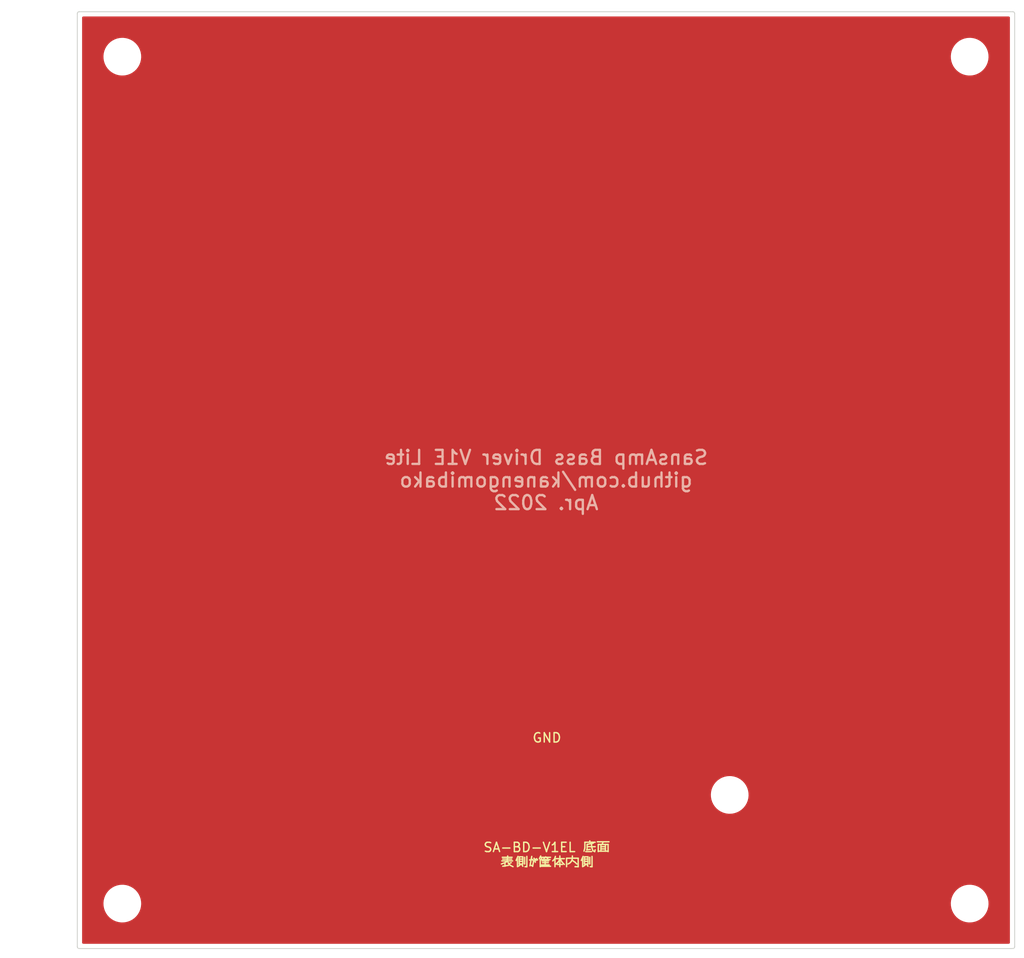
<source format=kicad_pcb>
(kicad_pcb (version 20211014) (generator pcbnew)
  (layers (0 "F.Cu" signal) (31 "B.Cu" signal) (34 "B.Paste" user) (35 "F.Paste" user) (36 "B.SilkS" user "B.Silkscreen") (37 "F.SilkS" user "F.Silkscreen") (38 "B.Mask" user) (39 "F.Mask" user) (44 "Edge.Cuts" user))
  (net 0 "")
  (net 1 "GND")
  (footprint "myFoot:my_Hole_1.0mm" (layer "F.Cu") (at 45.2 -4.8)
    (fp_text reference "*" hide)
    (fp_text value "my_Hole_1.0mm" hide)
    (pad "" np_thru_hole circle locked (at 0 0) (size 3 3) (drill 3) (layers F&B.Cu *.Mask))
    (pad "" np_thru_hole circle locked (at 0 0) (size 3 3) (drill 3) (layers F&B.Cu *.Mask))
  )
  (footprint "myFoot:my_Hole_1.0mm" (layer "F.Cu") (at 19.6 -16.4)
    (fp_text reference "*" hide)
    (fp_text value "my_Hole_1.0mm" hide)
    (pad "" np_thru_hole circle locked (at 0 0) (size 3 3) (drill 3) (layers F&B.Cu *.Mask))
    (pad "" np_thru_hole circle locked (at 0 0) (size 3 3) (drill 3) (layers F&B.Cu *.Mask))
  )
  (footprint "myFoot:my_Hole_1.0mm" (layer "F.Cu") (at 45.2 -95.2)
    (fp_text reference "*" hide)
    (fp_text value "my_Hole_1.0mm" hide)
    (pad "" np_thru_hole circle locked (at 0 0) (size 3 3) (drill 3) (layers F&B.Cu *.Mask))
    (pad "" np_thru_hole circle locked (at 0 0) (size 3 3) (drill 3) (layers F&B.Cu *.Mask))
  )
  (footprint "myFoot:my_pad_6-2mm" (layer "F.Cu") (at 0 -20)
    (fp_text reference "*" hide)
    (fp_text value "p" hide)
    (pad "1" smd oval locked (at 0 0) (size 10 3) (layers "F.Cu" "F.Mask") (net 1 "GND"))
  )
  (footprint "myFoot:my_Hole_1.0mm" (layer "F.Cu") (at -45.2 -4.8)
    (fp_text reference "*" hide)
    (fp_text value "my_Hole_1.0mm" hide)
    (pad "" np_thru_hole circle locked (at 0 0) (size 3 3) (drill 3) (layers F&B.Cu *.Mask))
    (pad "" np_thru_hole circle locked (at 0 0) (size 3 3) (drill 3) (layers F&B.Cu *.Mask))
  )
  (footprint "myFoot:my_Hole_1.0mm" (layer "F.Cu") (at -45.2 -95.2)
    (fp_text reference "*" hide)
    (fp_text value "my_Hole_1.0mm" hide)
    (pad "" np_thru_hole circle locked (at 0 0) (size 3 3) (drill 3) (layers F&B.Cu *.Mask))
    (pad "" np_thru_hole circle locked (at 0 0) (size 3 3) (drill 3) (layers F&B.Cu *.Mask))
  )
  (gr_line (start -50 -0.2) (end -50 -99.8) (layer "Edge.Cuts") (width 0.1))
  (gr_line (start 49.8 0) (end -49.8 0) (layer "Edge.Cuts") (width 0.1))
  (gr_line (start -49.8 -100) (end 49.8 -100) (layer "Edge.Cuts") (width 0.1))
  (gr_line (start 50 -99.8) (end 50 -0.2) (layer "Edge.Cuts") (width 0.1))
  (gr_arc (start -49.8 0) (mid -49.941421 -0.058579) (end -50 -0.2) (layer "Edge.Cuts") (width 0.1))
  (gr_arc (start -50 -99.8) (mid -49.941421 -99.941421) (end -49.8 -100) (layer "Edge.Cuts") (width 0.1))
  (gr_arc (start 50 -0.2) (mid 49.941421 -0.058579) (end 49.8 0) (layer "Edge.Cuts") (width 0.1))
  (gr_arc (start 49.8 -100) (mid 49.941421 -99.941421) (end 50 -99.8) (layer "Edge.Cuts") (width 0.1))
  (gr_text "SansAmp Bass Driver V1E Lite\ngithub.com/kanengomibako\nApr. 2022" (at 0 -50) (layer "B.SilkS") (effects (font (size 1.5 1.5) (thickness 0.25)) (justify mirror)))
  (gr_text "SA-BD-V1EL 底面\n表側が筐体内側" (at 0.1 -10) (layer "F.SilkS") (effects (font (size 1 1))))
  (gr_text "GND" (at 0.1 -22.5) (layer "F.SilkS") (effects (font (size 1 1))))
  (zone (net 1) (net_name "GND") (layer "F.Cu") (connect_pads yes (clearance 0.508)) (min_thickness 0.254) (fill yes (thermal_gap 0.508) (thermal_bridge_width 0.508))
    (polygon (pts (xy 51 1) (xy -51 1) (xy -51 -101) (xy 51 -101)))
  )
)
</source>
